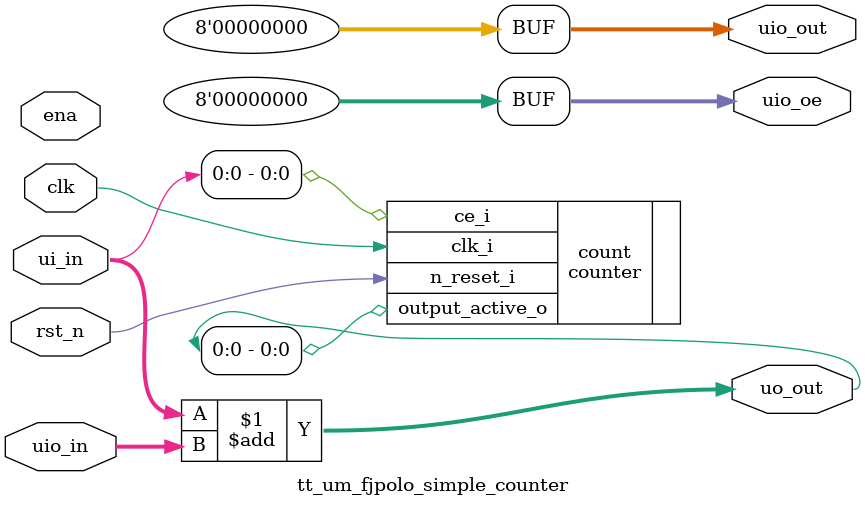
<source format=v>
/*
 * Copyright (c) 2024 Your Name
 * SPDX-License-Identifier: Apache-2.0
 */

`default_nettype none

module tt_um_fjpolo_simple_counter (
    input  wire [7:0] ui_in,    // Dedicated inputs
    output wire [7:0] uo_out,   // Dedicated outputs
    input  wire [7:0] uio_in,   // IOs: Input path
    output wire [7:0] uio_out,  // IOs: Output path
    output wire [7:0] uio_oe,   // IOs: Enable path (active high: 0=input, 1=output)
    input  wire       ena,      // always 1 when the design is powered, so you can ignore it
    input  wire       clk,      // clock
    input  wire       rst_n     // reset_n - low to reset
);

  // All output pins must be assigned. If not used, assign to 0.
  assign uo_out  = ui_in + uio_in;  // Example: ou_out is the sum of ui_in and uio_in
  assign uio_out = 0;
  assign uio_oe  = 0;

  counter count(.clk_i(clk), .n_reset_i(rst_n), .ce_i(ui_in[0]), .output_active_o(uo_out[0]));

endmodule

</source>
